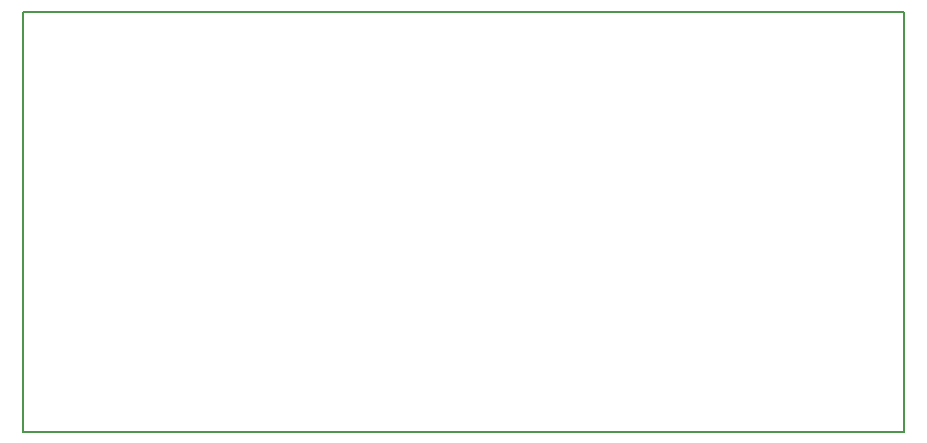
<source format=gbr>
%TF.GenerationSoftware,Novarm,DipTrace,3.3.0.1*%
%TF.CreationDate,2018-11-14T10:18:35-08:00*%
%FSLAX26Y26*%
%MOIN*%
%TF.FileFunction,Profile*%
%TF.Part,Single*%
%ADD11C,0.005512*%
G75*
G01*
%LPD*%
X393700Y1793700D2*
D11*
X3331200D1*
Y393700D1*
X393700D1*
Y1793700D1*
M02*

</source>
